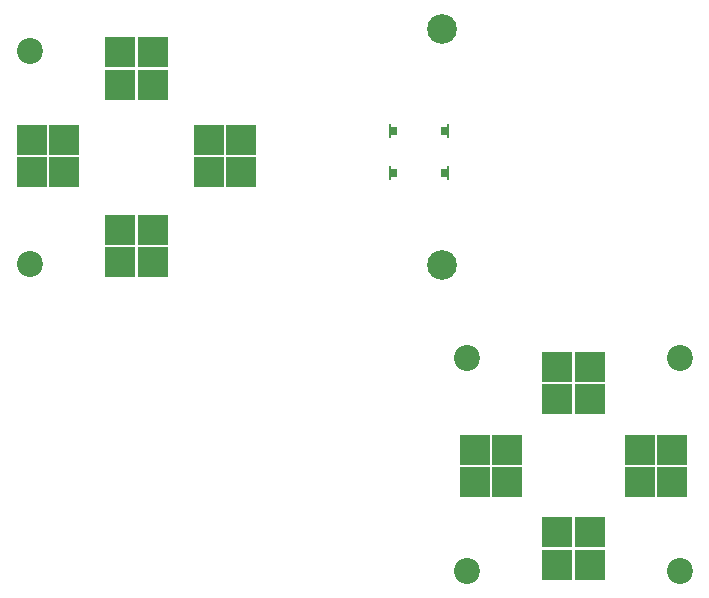
<source format=gbr>
%TF.GenerationSoftware,KiCad,Pcbnew,(6.0.5)*%
%TF.CreationDate,2022-06-15T00:03:33-05:00*%
%TF.ProjectId,GBOYFrontController,47424f59-4672-46f6-9e74-436f6e74726f,rev?*%
%TF.SameCoordinates,Original*%
%TF.FileFunction,Soldermask,Bot*%
%TF.FilePolarity,Negative*%
%FSLAX46Y46*%
G04 Gerber Fmt 4.6, Leading zero omitted, Abs format (unit mm)*
G04 Created by KiCad (PCBNEW (6.0.5)) date 2022-06-15 00:03:33*
%MOMM*%
%LPD*%
G01*
G04 APERTURE LIST*
G04 Aperture macros list*
%AMFreePoly0*
4,1,17,-0.249646,0.550354,-0.249500,0.550000,-0.249500,0.350000,0.250000,0.350000,0.250000,-0.350000,-0.249500,-0.350000,-0.249500,-0.550000,-0.249646,-0.550354,-0.250000,-0.550500,-0.450000,-0.550500,-0.450354,-0.550354,-0.450500,-0.550000,-0.450500,0.550000,-0.450354,0.550354,-0.450000,0.550500,-0.250000,0.550500,-0.249646,0.550354,-0.249646,0.550354,$1*%
G04 Aperture macros list end*
%ADD10C,2.200000*%
%ADD11C,2.520000*%
%ADD12R,2.500000X2.500000*%
%ADD13FreePoly0,0.000000*%
%ADD14FreePoly0,180.000000*%
G04 APERTURE END LIST*
D10*
%TO.C,H1*%
X52500000Y-129500000D03*
%TD*%
%TO.C,H3*%
X52500000Y-147500000D03*
%TD*%
%TO.C,H6*%
X15500000Y-121500000D03*
%TD*%
%TO.C,H2*%
X70500000Y-129500000D03*
%TD*%
%TO.C,H4*%
X70500000Y-147500000D03*
%TD*%
D11*
%TO.C,U1*%
X50390000Y-101610000D03*
X50390000Y-121610000D03*
%TD*%
D10*
%TO.C,H5*%
X15500000Y-103500000D03*
%TD*%
D12*
%TO.C,U2*%
X67140000Y-140000000D03*
X69890000Y-140000000D03*
X67140000Y-137250000D03*
X69890000Y-137250000D03*
%TD*%
%TO.C,U3*%
X60140000Y-133000000D03*
X62890000Y-133000000D03*
X60140000Y-130250000D03*
X62890000Y-130250000D03*
%TD*%
%TO.C,U4*%
X60140000Y-147000000D03*
X62890000Y-147000000D03*
X60140000Y-144250000D03*
X62890000Y-144250000D03*
%TD*%
%TO.C,U5*%
X53140000Y-140000000D03*
X55890000Y-140000000D03*
X53140000Y-137250000D03*
X55890000Y-137250000D03*
%TD*%
%TO.C,U6*%
X30640000Y-113749000D03*
X33390000Y-113749000D03*
X30640000Y-110999000D03*
X33390000Y-110999000D03*
%TD*%
%TO.C,U7*%
X23140000Y-106360000D03*
X25890000Y-106360000D03*
X23140000Y-103610000D03*
X25890000Y-103610000D03*
%TD*%
D13*
%TO.C,U10*%
X46340000Y-113800000D03*
D14*
X50590000Y-113800000D03*
D13*
X46340000Y-110300000D03*
D14*
X50590000Y-110300000D03*
%TD*%
D12*
%TO.C,U9*%
X15640000Y-113749000D03*
X18390000Y-113749000D03*
X15640000Y-110999000D03*
X18390000Y-110999000D03*
%TD*%
%TO.C,U8*%
X23140000Y-121360000D03*
X25890000Y-121360000D03*
X23140000Y-118610000D03*
X25890000Y-118610000D03*
%TD*%
M02*

</source>
